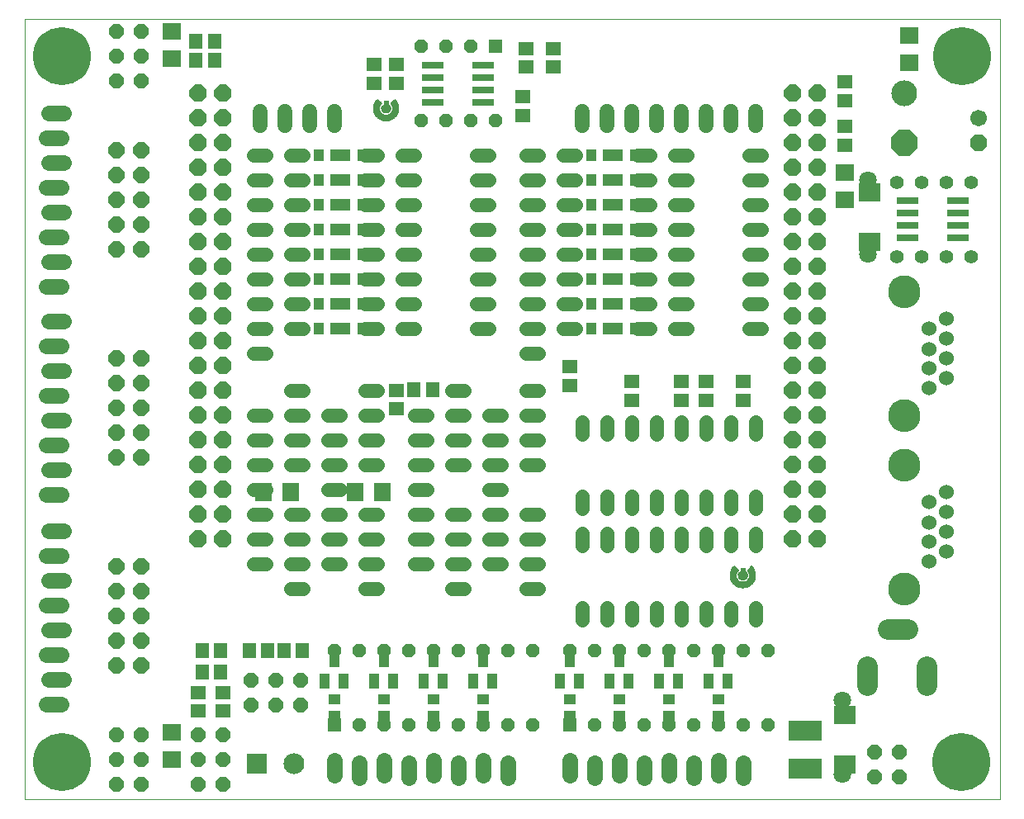
<source format=gts>
G75*
%MOIN*%
%OFA0B0*%
%FSLAX25Y25*%
%IPPOS*%
%LPD*%
%AMOC8*
5,1,8,0,0,1.08239X$1,22.5*
%
%ADD10C,0.00000*%
%ADD11OC8,0.07000*%
%ADD12C,0.23400*%
%ADD13C,0.08274*%
%ADD14C,0.06000*%
%ADD15C,0.12998*%
%ADD16R,0.05600X0.05600*%
%ADD17OC8,0.05600*%
%ADD18C,0.05600*%
%ADD19C,0.06400*%
%ADD20R,0.09061X0.02762*%
%ADD21C,0.10400*%
%ADD22OC8,0.10400*%
%ADD23C,0.07093*%
%ADD24R,0.07487X0.06699*%
%ADD25OC8,0.06700*%
%ADD26C,0.06700*%
%ADD27OC8,0.06000*%
%ADD28R,0.05518X0.06306*%
%ADD29R,0.06306X0.05518*%
%ADD30C,0.06000*%
%ADD31C,0.05600*%
%ADD32OC8,0.06337*%
%ADD33R,0.04337X0.05912*%
%ADD34R,0.04731X0.04337*%
%ADD35R,0.13786X0.07880*%
%ADD36R,0.02400X0.04400*%
%ADD37R,0.03600X0.02000*%
%ADD38C,0.00500*%
%ADD39R,0.04337X0.04731*%
%ADD40R,0.04140X0.04731*%
%ADD41R,0.06699X0.07487*%
%ADD42R,0.08400X0.08400*%
%ADD43C,0.08400*%
%ADD44R,0.09061X0.07487*%
D10*
X0003000Y0106000D02*
X0003000Y0420961D01*
X0396701Y0420961D01*
X0396701Y0106000D01*
X0003000Y0106000D01*
X0351701Y0191000D02*
X0351703Y0191158D01*
X0351709Y0191316D01*
X0351719Y0191474D01*
X0351733Y0191632D01*
X0351751Y0191789D01*
X0351772Y0191946D01*
X0351798Y0192102D01*
X0351828Y0192258D01*
X0351861Y0192413D01*
X0351899Y0192566D01*
X0351940Y0192719D01*
X0351985Y0192871D01*
X0352034Y0193022D01*
X0352087Y0193171D01*
X0352143Y0193319D01*
X0352203Y0193465D01*
X0352267Y0193610D01*
X0352335Y0193753D01*
X0352406Y0193895D01*
X0352480Y0194035D01*
X0352558Y0194172D01*
X0352640Y0194308D01*
X0352724Y0194442D01*
X0352813Y0194573D01*
X0352904Y0194702D01*
X0352999Y0194829D01*
X0353096Y0194954D01*
X0353197Y0195076D01*
X0353301Y0195195D01*
X0353408Y0195312D01*
X0353518Y0195426D01*
X0353631Y0195537D01*
X0353746Y0195646D01*
X0353864Y0195751D01*
X0353985Y0195853D01*
X0354108Y0195953D01*
X0354234Y0196049D01*
X0354362Y0196142D01*
X0354492Y0196232D01*
X0354625Y0196318D01*
X0354760Y0196402D01*
X0354896Y0196481D01*
X0355035Y0196558D01*
X0355176Y0196630D01*
X0355318Y0196700D01*
X0355462Y0196765D01*
X0355608Y0196827D01*
X0355755Y0196885D01*
X0355904Y0196940D01*
X0356054Y0196991D01*
X0356205Y0197038D01*
X0356357Y0197081D01*
X0356510Y0197120D01*
X0356665Y0197156D01*
X0356820Y0197187D01*
X0356976Y0197215D01*
X0357132Y0197239D01*
X0357289Y0197259D01*
X0357447Y0197275D01*
X0357604Y0197287D01*
X0357763Y0197295D01*
X0357921Y0197299D01*
X0358079Y0197299D01*
X0358237Y0197295D01*
X0358396Y0197287D01*
X0358553Y0197275D01*
X0358711Y0197259D01*
X0358868Y0197239D01*
X0359024Y0197215D01*
X0359180Y0197187D01*
X0359335Y0197156D01*
X0359490Y0197120D01*
X0359643Y0197081D01*
X0359795Y0197038D01*
X0359946Y0196991D01*
X0360096Y0196940D01*
X0360245Y0196885D01*
X0360392Y0196827D01*
X0360538Y0196765D01*
X0360682Y0196700D01*
X0360824Y0196630D01*
X0360965Y0196558D01*
X0361104Y0196481D01*
X0361240Y0196402D01*
X0361375Y0196318D01*
X0361508Y0196232D01*
X0361638Y0196142D01*
X0361766Y0196049D01*
X0361892Y0195953D01*
X0362015Y0195853D01*
X0362136Y0195751D01*
X0362254Y0195646D01*
X0362369Y0195537D01*
X0362482Y0195426D01*
X0362592Y0195312D01*
X0362699Y0195195D01*
X0362803Y0195076D01*
X0362904Y0194954D01*
X0363001Y0194829D01*
X0363096Y0194702D01*
X0363187Y0194573D01*
X0363276Y0194442D01*
X0363360Y0194308D01*
X0363442Y0194172D01*
X0363520Y0194035D01*
X0363594Y0193895D01*
X0363665Y0193753D01*
X0363733Y0193610D01*
X0363797Y0193465D01*
X0363857Y0193319D01*
X0363913Y0193171D01*
X0363966Y0193022D01*
X0364015Y0192871D01*
X0364060Y0192719D01*
X0364101Y0192566D01*
X0364139Y0192413D01*
X0364172Y0192258D01*
X0364202Y0192102D01*
X0364228Y0191946D01*
X0364249Y0191789D01*
X0364267Y0191632D01*
X0364281Y0191474D01*
X0364291Y0191316D01*
X0364297Y0191158D01*
X0364299Y0191000D01*
X0364297Y0190842D01*
X0364291Y0190684D01*
X0364281Y0190526D01*
X0364267Y0190368D01*
X0364249Y0190211D01*
X0364228Y0190054D01*
X0364202Y0189898D01*
X0364172Y0189742D01*
X0364139Y0189587D01*
X0364101Y0189434D01*
X0364060Y0189281D01*
X0364015Y0189129D01*
X0363966Y0188978D01*
X0363913Y0188829D01*
X0363857Y0188681D01*
X0363797Y0188535D01*
X0363733Y0188390D01*
X0363665Y0188247D01*
X0363594Y0188105D01*
X0363520Y0187965D01*
X0363442Y0187828D01*
X0363360Y0187692D01*
X0363276Y0187558D01*
X0363187Y0187427D01*
X0363096Y0187298D01*
X0363001Y0187171D01*
X0362904Y0187046D01*
X0362803Y0186924D01*
X0362699Y0186805D01*
X0362592Y0186688D01*
X0362482Y0186574D01*
X0362369Y0186463D01*
X0362254Y0186354D01*
X0362136Y0186249D01*
X0362015Y0186147D01*
X0361892Y0186047D01*
X0361766Y0185951D01*
X0361638Y0185858D01*
X0361508Y0185768D01*
X0361375Y0185682D01*
X0361240Y0185598D01*
X0361104Y0185519D01*
X0360965Y0185442D01*
X0360824Y0185370D01*
X0360682Y0185300D01*
X0360538Y0185235D01*
X0360392Y0185173D01*
X0360245Y0185115D01*
X0360096Y0185060D01*
X0359946Y0185009D01*
X0359795Y0184962D01*
X0359643Y0184919D01*
X0359490Y0184880D01*
X0359335Y0184844D01*
X0359180Y0184813D01*
X0359024Y0184785D01*
X0358868Y0184761D01*
X0358711Y0184741D01*
X0358553Y0184725D01*
X0358396Y0184713D01*
X0358237Y0184705D01*
X0358079Y0184701D01*
X0357921Y0184701D01*
X0357763Y0184705D01*
X0357604Y0184713D01*
X0357447Y0184725D01*
X0357289Y0184741D01*
X0357132Y0184761D01*
X0356976Y0184785D01*
X0356820Y0184813D01*
X0356665Y0184844D01*
X0356510Y0184880D01*
X0356357Y0184919D01*
X0356205Y0184962D01*
X0356054Y0185009D01*
X0355904Y0185060D01*
X0355755Y0185115D01*
X0355608Y0185173D01*
X0355462Y0185235D01*
X0355318Y0185300D01*
X0355176Y0185370D01*
X0355035Y0185442D01*
X0354896Y0185519D01*
X0354760Y0185598D01*
X0354625Y0185682D01*
X0354492Y0185768D01*
X0354362Y0185858D01*
X0354234Y0185951D01*
X0354108Y0186047D01*
X0353985Y0186147D01*
X0353864Y0186249D01*
X0353746Y0186354D01*
X0353631Y0186463D01*
X0353518Y0186574D01*
X0353408Y0186688D01*
X0353301Y0186805D01*
X0353197Y0186924D01*
X0353096Y0187046D01*
X0352999Y0187171D01*
X0352904Y0187298D01*
X0352813Y0187427D01*
X0352724Y0187558D01*
X0352640Y0187692D01*
X0352558Y0187828D01*
X0352480Y0187965D01*
X0352406Y0188105D01*
X0352335Y0188247D01*
X0352267Y0188390D01*
X0352203Y0188535D01*
X0352143Y0188681D01*
X0352087Y0188829D01*
X0352034Y0188978D01*
X0351985Y0189129D01*
X0351940Y0189281D01*
X0351899Y0189434D01*
X0351861Y0189587D01*
X0351828Y0189742D01*
X0351798Y0189898D01*
X0351772Y0190054D01*
X0351751Y0190211D01*
X0351733Y0190368D01*
X0351719Y0190526D01*
X0351709Y0190684D01*
X0351703Y0190842D01*
X0351701Y0191000D01*
X0351701Y0241000D02*
X0351703Y0241158D01*
X0351709Y0241316D01*
X0351719Y0241474D01*
X0351733Y0241632D01*
X0351751Y0241789D01*
X0351772Y0241946D01*
X0351798Y0242102D01*
X0351828Y0242258D01*
X0351861Y0242413D01*
X0351899Y0242566D01*
X0351940Y0242719D01*
X0351985Y0242871D01*
X0352034Y0243022D01*
X0352087Y0243171D01*
X0352143Y0243319D01*
X0352203Y0243465D01*
X0352267Y0243610D01*
X0352335Y0243753D01*
X0352406Y0243895D01*
X0352480Y0244035D01*
X0352558Y0244172D01*
X0352640Y0244308D01*
X0352724Y0244442D01*
X0352813Y0244573D01*
X0352904Y0244702D01*
X0352999Y0244829D01*
X0353096Y0244954D01*
X0353197Y0245076D01*
X0353301Y0245195D01*
X0353408Y0245312D01*
X0353518Y0245426D01*
X0353631Y0245537D01*
X0353746Y0245646D01*
X0353864Y0245751D01*
X0353985Y0245853D01*
X0354108Y0245953D01*
X0354234Y0246049D01*
X0354362Y0246142D01*
X0354492Y0246232D01*
X0354625Y0246318D01*
X0354760Y0246402D01*
X0354896Y0246481D01*
X0355035Y0246558D01*
X0355176Y0246630D01*
X0355318Y0246700D01*
X0355462Y0246765D01*
X0355608Y0246827D01*
X0355755Y0246885D01*
X0355904Y0246940D01*
X0356054Y0246991D01*
X0356205Y0247038D01*
X0356357Y0247081D01*
X0356510Y0247120D01*
X0356665Y0247156D01*
X0356820Y0247187D01*
X0356976Y0247215D01*
X0357132Y0247239D01*
X0357289Y0247259D01*
X0357447Y0247275D01*
X0357604Y0247287D01*
X0357763Y0247295D01*
X0357921Y0247299D01*
X0358079Y0247299D01*
X0358237Y0247295D01*
X0358396Y0247287D01*
X0358553Y0247275D01*
X0358711Y0247259D01*
X0358868Y0247239D01*
X0359024Y0247215D01*
X0359180Y0247187D01*
X0359335Y0247156D01*
X0359490Y0247120D01*
X0359643Y0247081D01*
X0359795Y0247038D01*
X0359946Y0246991D01*
X0360096Y0246940D01*
X0360245Y0246885D01*
X0360392Y0246827D01*
X0360538Y0246765D01*
X0360682Y0246700D01*
X0360824Y0246630D01*
X0360965Y0246558D01*
X0361104Y0246481D01*
X0361240Y0246402D01*
X0361375Y0246318D01*
X0361508Y0246232D01*
X0361638Y0246142D01*
X0361766Y0246049D01*
X0361892Y0245953D01*
X0362015Y0245853D01*
X0362136Y0245751D01*
X0362254Y0245646D01*
X0362369Y0245537D01*
X0362482Y0245426D01*
X0362592Y0245312D01*
X0362699Y0245195D01*
X0362803Y0245076D01*
X0362904Y0244954D01*
X0363001Y0244829D01*
X0363096Y0244702D01*
X0363187Y0244573D01*
X0363276Y0244442D01*
X0363360Y0244308D01*
X0363442Y0244172D01*
X0363520Y0244035D01*
X0363594Y0243895D01*
X0363665Y0243753D01*
X0363733Y0243610D01*
X0363797Y0243465D01*
X0363857Y0243319D01*
X0363913Y0243171D01*
X0363966Y0243022D01*
X0364015Y0242871D01*
X0364060Y0242719D01*
X0364101Y0242566D01*
X0364139Y0242413D01*
X0364172Y0242258D01*
X0364202Y0242102D01*
X0364228Y0241946D01*
X0364249Y0241789D01*
X0364267Y0241632D01*
X0364281Y0241474D01*
X0364291Y0241316D01*
X0364297Y0241158D01*
X0364299Y0241000D01*
X0364297Y0240842D01*
X0364291Y0240684D01*
X0364281Y0240526D01*
X0364267Y0240368D01*
X0364249Y0240211D01*
X0364228Y0240054D01*
X0364202Y0239898D01*
X0364172Y0239742D01*
X0364139Y0239587D01*
X0364101Y0239434D01*
X0364060Y0239281D01*
X0364015Y0239129D01*
X0363966Y0238978D01*
X0363913Y0238829D01*
X0363857Y0238681D01*
X0363797Y0238535D01*
X0363733Y0238390D01*
X0363665Y0238247D01*
X0363594Y0238105D01*
X0363520Y0237965D01*
X0363442Y0237828D01*
X0363360Y0237692D01*
X0363276Y0237558D01*
X0363187Y0237427D01*
X0363096Y0237298D01*
X0363001Y0237171D01*
X0362904Y0237046D01*
X0362803Y0236924D01*
X0362699Y0236805D01*
X0362592Y0236688D01*
X0362482Y0236574D01*
X0362369Y0236463D01*
X0362254Y0236354D01*
X0362136Y0236249D01*
X0362015Y0236147D01*
X0361892Y0236047D01*
X0361766Y0235951D01*
X0361638Y0235858D01*
X0361508Y0235768D01*
X0361375Y0235682D01*
X0361240Y0235598D01*
X0361104Y0235519D01*
X0360965Y0235442D01*
X0360824Y0235370D01*
X0360682Y0235300D01*
X0360538Y0235235D01*
X0360392Y0235173D01*
X0360245Y0235115D01*
X0360096Y0235060D01*
X0359946Y0235009D01*
X0359795Y0234962D01*
X0359643Y0234919D01*
X0359490Y0234880D01*
X0359335Y0234844D01*
X0359180Y0234813D01*
X0359024Y0234785D01*
X0358868Y0234761D01*
X0358711Y0234741D01*
X0358553Y0234725D01*
X0358396Y0234713D01*
X0358237Y0234705D01*
X0358079Y0234701D01*
X0357921Y0234701D01*
X0357763Y0234705D01*
X0357604Y0234713D01*
X0357447Y0234725D01*
X0357289Y0234741D01*
X0357132Y0234761D01*
X0356976Y0234785D01*
X0356820Y0234813D01*
X0356665Y0234844D01*
X0356510Y0234880D01*
X0356357Y0234919D01*
X0356205Y0234962D01*
X0356054Y0235009D01*
X0355904Y0235060D01*
X0355755Y0235115D01*
X0355608Y0235173D01*
X0355462Y0235235D01*
X0355318Y0235300D01*
X0355176Y0235370D01*
X0355035Y0235442D01*
X0354896Y0235519D01*
X0354760Y0235598D01*
X0354625Y0235682D01*
X0354492Y0235768D01*
X0354362Y0235858D01*
X0354234Y0235951D01*
X0354108Y0236047D01*
X0353985Y0236147D01*
X0353864Y0236249D01*
X0353746Y0236354D01*
X0353631Y0236463D01*
X0353518Y0236574D01*
X0353408Y0236688D01*
X0353301Y0236805D01*
X0353197Y0236924D01*
X0353096Y0237046D01*
X0352999Y0237171D01*
X0352904Y0237298D01*
X0352813Y0237427D01*
X0352724Y0237558D01*
X0352640Y0237692D01*
X0352558Y0237828D01*
X0352480Y0237965D01*
X0352406Y0238105D01*
X0352335Y0238247D01*
X0352267Y0238390D01*
X0352203Y0238535D01*
X0352143Y0238681D01*
X0352087Y0238829D01*
X0352034Y0238978D01*
X0351985Y0239129D01*
X0351940Y0239281D01*
X0351899Y0239434D01*
X0351861Y0239587D01*
X0351828Y0239742D01*
X0351798Y0239898D01*
X0351772Y0240054D01*
X0351751Y0240211D01*
X0351733Y0240368D01*
X0351719Y0240526D01*
X0351709Y0240684D01*
X0351703Y0240842D01*
X0351701Y0241000D01*
X0351701Y0261000D02*
X0351703Y0261158D01*
X0351709Y0261316D01*
X0351719Y0261474D01*
X0351733Y0261632D01*
X0351751Y0261789D01*
X0351772Y0261946D01*
X0351798Y0262102D01*
X0351828Y0262258D01*
X0351861Y0262413D01*
X0351899Y0262566D01*
X0351940Y0262719D01*
X0351985Y0262871D01*
X0352034Y0263022D01*
X0352087Y0263171D01*
X0352143Y0263319D01*
X0352203Y0263465D01*
X0352267Y0263610D01*
X0352335Y0263753D01*
X0352406Y0263895D01*
X0352480Y0264035D01*
X0352558Y0264172D01*
X0352640Y0264308D01*
X0352724Y0264442D01*
X0352813Y0264573D01*
X0352904Y0264702D01*
X0352999Y0264829D01*
X0353096Y0264954D01*
X0353197Y0265076D01*
X0353301Y0265195D01*
X0353408Y0265312D01*
X0353518Y0265426D01*
X0353631Y0265537D01*
X0353746Y0265646D01*
X0353864Y0265751D01*
X0353985Y0265853D01*
X0354108Y0265953D01*
X0354234Y0266049D01*
X0354362Y0266142D01*
X0354492Y0266232D01*
X0354625Y0266318D01*
X0354760Y0266402D01*
X0354896Y0266481D01*
X0355035Y0266558D01*
X0355176Y0266630D01*
X0355318Y0266700D01*
X0355462Y0266765D01*
X0355608Y0266827D01*
X0355755Y0266885D01*
X0355904Y0266940D01*
X0356054Y0266991D01*
X0356205Y0267038D01*
X0356357Y0267081D01*
X0356510Y0267120D01*
X0356665Y0267156D01*
X0356820Y0267187D01*
X0356976Y0267215D01*
X0357132Y0267239D01*
X0357289Y0267259D01*
X0357447Y0267275D01*
X0357604Y0267287D01*
X0357763Y0267295D01*
X0357921Y0267299D01*
X0358079Y0267299D01*
X0358237Y0267295D01*
X0358396Y0267287D01*
X0358553Y0267275D01*
X0358711Y0267259D01*
X0358868Y0267239D01*
X0359024Y0267215D01*
X0359180Y0267187D01*
X0359335Y0267156D01*
X0359490Y0267120D01*
X0359643Y0267081D01*
X0359795Y0267038D01*
X0359946Y0266991D01*
X0360096Y0266940D01*
X0360245Y0266885D01*
X0360392Y0266827D01*
X0360538Y0266765D01*
X0360682Y0266700D01*
X0360824Y0266630D01*
X0360965Y0266558D01*
X0361104Y0266481D01*
X0361240Y0266402D01*
X0361375Y0266318D01*
X0361508Y0266232D01*
X0361638Y0266142D01*
X0361766Y0266049D01*
X0361892Y0265953D01*
X0362015Y0265853D01*
X0362136Y0265751D01*
X0362254Y0265646D01*
X0362369Y0265537D01*
X0362482Y0265426D01*
X0362592Y0265312D01*
X0362699Y0265195D01*
X0362803Y0265076D01*
X0362904Y0264954D01*
X0363001Y0264829D01*
X0363096Y0264702D01*
X0363187Y0264573D01*
X0363276Y0264442D01*
X0363360Y0264308D01*
X0363442Y0264172D01*
X0363520Y0264035D01*
X0363594Y0263895D01*
X0363665Y0263753D01*
X0363733Y0263610D01*
X0363797Y0263465D01*
X0363857Y0263319D01*
X0363913Y0263171D01*
X0363966Y0263022D01*
X0364015Y0262871D01*
X0364060Y0262719D01*
X0364101Y0262566D01*
X0364139Y0262413D01*
X0364172Y0262258D01*
X0364202Y0262102D01*
X0364228Y0261946D01*
X0364249Y0261789D01*
X0364267Y0261632D01*
X0364281Y0261474D01*
X0364291Y0261316D01*
X0364297Y0261158D01*
X0364299Y0261000D01*
X0364297Y0260842D01*
X0364291Y0260684D01*
X0364281Y0260526D01*
X0364267Y0260368D01*
X0364249Y0260211D01*
X0364228Y0260054D01*
X0364202Y0259898D01*
X0364172Y0259742D01*
X0364139Y0259587D01*
X0364101Y0259434D01*
X0364060Y0259281D01*
X0364015Y0259129D01*
X0363966Y0258978D01*
X0363913Y0258829D01*
X0363857Y0258681D01*
X0363797Y0258535D01*
X0363733Y0258390D01*
X0363665Y0258247D01*
X0363594Y0258105D01*
X0363520Y0257965D01*
X0363442Y0257828D01*
X0363360Y0257692D01*
X0363276Y0257558D01*
X0363187Y0257427D01*
X0363096Y0257298D01*
X0363001Y0257171D01*
X0362904Y0257046D01*
X0362803Y0256924D01*
X0362699Y0256805D01*
X0362592Y0256688D01*
X0362482Y0256574D01*
X0362369Y0256463D01*
X0362254Y0256354D01*
X0362136Y0256249D01*
X0362015Y0256147D01*
X0361892Y0256047D01*
X0361766Y0255951D01*
X0361638Y0255858D01*
X0361508Y0255768D01*
X0361375Y0255682D01*
X0361240Y0255598D01*
X0361104Y0255519D01*
X0360965Y0255442D01*
X0360824Y0255370D01*
X0360682Y0255300D01*
X0360538Y0255235D01*
X0360392Y0255173D01*
X0360245Y0255115D01*
X0360096Y0255060D01*
X0359946Y0255009D01*
X0359795Y0254962D01*
X0359643Y0254919D01*
X0359490Y0254880D01*
X0359335Y0254844D01*
X0359180Y0254813D01*
X0359024Y0254785D01*
X0358868Y0254761D01*
X0358711Y0254741D01*
X0358553Y0254725D01*
X0358396Y0254713D01*
X0358237Y0254705D01*
X0358079Y0254701D01*
X0357921Y0254701D01*
X0357763Y0254705D01*
X0357604Y0254713D01*
X0357447Y0254725D01*
X0357289Y0254741D01*
X0357132Y0254761D01*
X0356976Y0254785D01*
X0356820Y0254813D01*
X0356665Y0254844D01*
X0356510Y0254880D01*
X0356357Y0254919D01*
X0356205Y0254962D01*
X0356054Y0255009D01*
X0355904Y0255060D01*
X0355755Y0255115D01*
X0355608Y0255173D01*
X0355462Y0255235D01*
X0355318Y0255300D01*
X0355176Y0255370D01*
X0355035Y0255442D01*
X0354896Y0255519D01*
X0354760Y0255598D01*
X0354625Y0255682D01*
X0354492Y0255768D01*
X0354362Y0255858D01*
X0354234Y0255951D01*
X0354108Y0256047D01*
X0353985Y0256147D01*
X0353864Y0256249D01*
X0353746Y0256354D01*
X0353631Y0256463D01*
X0353518Y0256574D01*
X0353408Y0256688D01*
X0353301Y0256805D01*
X0353197Y0256924D01*
X0353096Y0257046D01*
X0352999Y0257171D01*
X0352904Y0257298D01*
X0352813Y0257427D01*
X0352724Y0257558D01*
X0352640Y0257692D01*
X0352558Y0257828D01*
X0352480Y0257965D01*
X0352406Y0258105D01*
X0352335Y0258247D01*
X0352267Y0258390D01*
X0352203Y0258535D01*
X0352143Y0258681D01*
X0352087Y0258829D01*
X0352034Y0258978D01*
X0351985Y0259129D01*
X0351940Y0259281D01*
X0351899Y0259434D01*
X0351861Y0259587D01*
X0351828Y0259742D01*
X0351798Y0259898D01*
X0351772Y0260054D01*
X0351751Y0260211D01*
X0351733Y0260368D01*
X0351719Y0260526D01*
X0351709Y0260684D01*
X0351703Y0260842D01*
X0351701Y0261000D01*
X0351701Y0311000D02*
X0351703Y0311158D01*
X0351709Y0311316D01*
X0351719Y0311474D01*
X0351733Y0311632D01*
X0351751Y0311789D01*
X0351772Y0311946D01*
X0351798Y0312102D01*
X0351828Y0312258D01*
X0351861Y0312413D01*
X0351899Y0312566D01*
X0351940Y0312719D01*
X0351985Y0312871D01*
X0352034Y0313022D01*
X0352087Y0313171D01*
X0352143Y0313319D01*
X0352203Y0313465D01*
X0352267Y0313610D01*
X0352335Y0313753D01*
X0352406Y0313895D01*
X0352480Y0314035D01*
X0352558Y0314172D01*
X0352640Y0314308D01*
X0352724Y0314442D01*
X0352813Y0314573D01*
X0352904Y0314702D01*
X0352999Y0314829D01*
X0353096Y0314954D01*
X0353197Y0315076D01*
X0353301Y0315195D01*
X0353408Y0315312D01*
X0353518Y0315426D01*
X0353631Y0315537D01*
X0353746Y0315646D01*
X0353864Y0315751D01*
X0353985Y0315853D01*
X0354108Y0315953D01*
X0354234Y0316049D01*
X0354362Y0316142D01*
X0354492Y0316232D01*
X0354625Y0316318D01*
X0354760Y0316402D01*
X0354896Y0316481D01*
X0355035Y0316558D01*
X0355176Y0316630D01*
X0355318Y0316700D01*
X0355462Y0316765D01*
X0355608Y0316827D01*
X0355755Y0316885D01*
X0355904Y0316940D01*
X0356054Y0316991D01*
X0356205Y0317038D01*
X0356357Y0317081D01*
X0356510Y0317120D01*
X0356665Y0317156D01*
X0356820Y0317187D01*
X0356976Y0317215D01*
X0357132Y0317239D01*
X0357289Y0317259D01*
X0357447Y0317275D01*
X0357604Y0317287D01*
X0357763Y0317295D01*
X0357921Y0317299D01*
X0358079Y0317299D01*
X0358237Y0317295D01*
X0358396Y0317287D01*
X0358553Y0317275D01*
X0358711Y0317259D01*
X0358868Y0317239D01*
X0359024Y0317215D01*
X0359180Y0317187D01*
X0359335Y0317156D01*
X0359490Y0317120D01*
X0359643Y0317081D01*
X0359795Y0317038D01*
X0359946Y0316991D01*
X0360096Y0316940D01*
X0360245Y0316885D01*
X0360392Y0316827D01*
X0360538Y0316765D01*
X0360682Y0316700D01*
X0360824Y0316630D01*
X0360965Y0316558D01*
X0361104Y0316481D01*
X0361240Y0316402D01*
X0361375Y0316318D01*
X0361508Y0316232D01*
X0361638Y0316142D01*
X0361766Y0316049D01*
X0361892Y0315953D01*
X0362015Y0315853D01*
X0362136Y0315751D01*
X0362254Y0315646D01*
X0362369Y0315537D01*
X0362482Y0315426D01*
X0362592Y0315312D01*
X0362699Y0315195D01*
X0362803Y0315076D01*
X0362904Y0314954D01*
X0363001Y0314829D01*
X0363096Y0314702D01*
X0363187Y0314573D01*
X0363276Y0314442D01*
X0363360Y0314308D01*
X0363442Y0314172D01*
X0363520Y0314035D01*
X0363594Y0313895D01*
X0363665Y0313753D01*
X0363733Y0313610D01*
X0363797Y0313465D01*
X0363857Y0313319D01*
X0363913Y0313171D01*
X0363966Y0313022D01*
X0364015Y0312871D01*
X0364060Y0312719D01*
X0364101Y0312566D01*
X0364139Y0312413D01*
X0364172Y0312258D01*
X0364202Y0312102D01*
X0364228Y0311946D01*
X0364249Y0311789D01*
X0364267Y0311632D01*
X0364281Y0311474D01*
X0364291Y0311316D01*
X0364297Y0311158D01*
X0364299Y0311000D01*
X0364297Y0310842D01*
X0364291Y0310684D01*
X0364281Y0310526D01*
X0364267Y0310368D01*
X0364249Y0310211D01*
X0364228Y0310054D01*
X0364202Y0309898D01*
X0364172Y0309742D01*
X0364139Y0309587D01*
X0364101Y0309434D01*
X0364060Y0309281D01*
X0364015Y0309129D01*
X0363966Y0308978D01*
X0363913Y0308829D01*
X0363857Y0308681D01*
X0363797Y0308535D01*
X0363733Y0308390D01*
X0363665Y0308247D01*
X0363594Y0308105D01*
X0363520Y0307965D01*
X0363442Y0307828D01*
X0363360Y0307692D01*
X0363276Y0307558D01*
X0363187Y0307427D01*
X0363096Y0307298D01*
X0363001Y0307171D01*
X0362904Y0307046D01*
X0362803Y0306924D01*
X0362699Y0306805D01*
X0362592Y0306688D01*
X0362482Y0306574D01*
X0362369Y0306463D01*
X0362254Y0306354D01*
X0362136Y0306249D01*
X0362015Y0306147D01*
X0361892Y0306047D01*
X0361766Y0305951D01*
X0361638Y0305858D01*
X0361508Y0305768D01*
X0361375Y0305682D01*
X0361240Y0305598D01*
X0361104Y0305519D01*
X0360965Y0305442D01*
X0360824Y0305370D01*
X0360682Y0305300D01*
X0360538Y0305235D01*
X0360392Y0305173D01*
X0360245Y0305115D01*
X0360096Y0305060D01*
X0359946Y0305009D01*
X0359795Y0304962D01*
X0359643Y0304919D01*
X0359490Y0304880D01*
X0359335Y0304844D01*
X0359180Y0304813D01*
X0359024Y0304785D01*
X0358868Y0304761D01*
X0358711Y0304741D01*
X0358553Y0304725D01*
X0358396Y0304713D01*
X0358237Y0304705D01*
X0358079Y0304701D01*
X0357921Y0304701D01*
X0357763Y0304705D01*
X0357604Y0304713D01*
X0357447Y0304725D01*
X0357289Y0304741D01*
X0357132Y0304761D01*
X0356976Y0304785D01*
X0356820Y0304813D01*
X0356665Y0304844D01*
X0356510Y0304880D01*
X0356357Y0304919D01*
X0356205Y0304962D01*
X0356054Y0305009D01*
X0355904Y0305060D01*
X0355755Y0305115D01*
X0355608Y0305173D01*
X0355462Y0305235D01*
X0355318Y0305300D01*
X0355176Y0305370D01*
X0355035Y0305442D01*
X0354896Y0305519D01*
X0354760Y0305598D01*
X0354625Y0305682D01*
X0354492Y0305768D01*
X0354362Y0305858D01*
X0354234Y0305951D01*
X0354108Y0306047D01*
X0353985Y0306147D01*
X0353864Y0306249D01*
X0353746Y0306354D01*
X0353631Y0306463D01*
X0353518Y0306574D01*
X0353408Y0306688D01*
X0353301Y0306805D01*
X0353197Y0306924D01*
X0353096Y0307046D01*
X0352999Y0307171D01*
X0352904Y0307298D01*
X0352813Y0307427D01*
X0352724Y0307558D01*
X0352640Y0307692D01*
X0352558Y0307828D01*
X0352480Y0307965D01*
X0352406Y0308105D01*
X0352335Y0308247D01*
X0352267Y0308390D01*
X0352203Y0308535D01*
X0352143Y0308681D01*
X0352087Y0308829D01*
X0352034Y0308978D01*
X0351985Y0309129D01*
X0351940Y0309281D01*
X0351899Y0309434D01*
X0351861Y0309587D01*
X0351828Y0309742D01*
X0351798Y0309898D01*
X0351772Y0310054D01*
X0351751Y0310211D01*
X0351733Y0310368D01*
X0351719Y0310526D01*
X0351709Y0310684D01*
X0351703Y0310842D01*
X0351701Y0311000D01*
D11*
X0323000Y0311000D03*
X0323000Y0301000D03*
X0323000Y0291000D03*
X0323000Y0281000D03*
X0323000Y0271000D03*
X0323000Y0261000D03*
X0323000Y0251000D03*
X0323000Y0241000D03*
X0323000Y0231000D03*
X0323000Y0221000D03*
X0323000Y0211000D03*
X0313000Y0211000D03*
X0313000Y0221000D03*
X0313000Y0231000D03*
X0313000Y0241000D03*
X0313000Y0251000D03*
X0313000Y0261000D03*
X0313000Y0271000D03*
X0313000Y0281000D03*
X0313000Y0291000D03*
X0313000Y0301000D03*
X0313000Y0311000D03*
X0313000Y0321000D03*
X0313000Y0331000D03*
X0313000Y0341000D03*
X0313000Y0351000D03*
X0313000Y0361000D03*
X0313000Y0371000D03*
X0313000Y0381000D03*
X0313000Y0391000D03*
X0323000Y0391000D03*
X0323000Y0381000D03*
X0323000Y0371000D03*
X0323000Y0361000D03*
X0323000Y0351000D03*
X0323000Y0341000D03*
X0323000Y0331000D03*
X0323000Y0321000D03*
X0083000Y0321000D03*
X0083000Y0311000D03*
X0083000Y0301000D03*
X0083000Y0291000D03*
X0083000Y0281000D03*
X0083000Y0271000D03*
X0083000Y0261000D03*
X0083000Y0251000D03*
X0083000Y0241000D03*
X0083000Y0231000D03*
X0083000Y0221000D03*
X0083000Y0211000D03*
X0073000Y0211000D03*
X0073000Y0221000D03*
X0073000Y0231000D03*
X0073000Y0241000D03*
X0073000Y0251000D03*
X0073000Y0261000D03*
X0073000Y0271000D03*
X0073000Y0281000D03*
X0073000Y0291000D03*
X0073000Y0301000D03*
X0073000Y0311000D03*
X0073000Y0321000D03*
X0073000Y0331000D03*
X0073000Y0341000D03*
X0073000Y0351000D03*
X0073000Y0361000D03*
X0073000Y0371000D03*
X0073000Y0381000D03*
X0073000Y0391000D03*
X0083000Y0391000D03*
X0083000Y0381000D03*
X0083000Y0371000D03*
X0083000Y0361000D03*
X0083000Y0351000D03*
X0083000Y0341000D03*
X0083000Y0331000D03*
D12*
X0018000Y0406000D03*
X0018000Y0121000D03*
X0381000Y0121000D03*
X0381500Y0406000D03*
D13*
X0359437Y0174898D02*
X0351563Y0174898D01*
X0343295Y0159937D02*
X0343295Y0152063D01*
X0367311Y0152063D02*
X0367311Y0159937D01*
D14*
X0368000Y0202004D03*
X0368000Y0210035D03*
X0375008Y0206020D03*
X0375008Y0214051D03*
X0375008Y0221965D03*
X0368000Y0225980D03*
X0368000Y0217949D03*
X0375008Y0229996D03*
X0368000Y0272004D03*
X0375008Y0276020D03*
X0375008Y0284051D03*
X0368000Y0287949D03*
X0368000Y0280035D03*
X0375008Y0291965D03*
X0368000Y0295980D03*
X0375008Y0299996D03*
D15*
X0358000Y0311000D03*
X0358000Y0261000D03*
X0358000Y0241000D03*
X0358000Y0191000D03*
D16*
X0223000Y0136000D03*
X0128000Y0136000D03*
X0193000Y0410000D03*
D17*
X0183000Y0410000D03*
X0173000Y0410000D03*
X0163000Y0410000D03*
X0163000Y0380000D03*
X0173000Y0380000D03*
X0183000Y0380000D03*
X0193000Y0380000D03*
X0188000Y0166000D03*
X0198000Y0166000D03*
X0208000Y0166000D03*
X0223000Y0166000D03*
X0233000Y0166000D03*
X0243000Y0166000D03*
X0253000Y0166000D03*
X0263000Y0166000D03*
X0273000Y0166000D03*
X0283000Y0166000D03*
X0293000Y0166000D03*
X0303000Y0166000D03*
X0303000Y0136000D03*
X0293000Y0136000D03*
X0283000Y0136000D03*
X0273000Y0136000D03*
X0263000Y0136000D03*
X0253000Y0136000D03*
X0243000Y0136000D03*
X0233000Y0136000D03*
X0208000Y0136000D03*
X0198000Y0136000D03*
X0188000Y0136000D03*
X0178000Y0136000D03*
X0168000Y0136000D03*
X0158000Y0136000D03*
X0148000Y0136000D03*
X0138000Y0136000D03*
X0138000Y0166000D03*
X0128000Y0166000D03*
X0148000Y0166000D03*
X0158000Y0166000D03*
X0168000Y0166000D03*
X0178000Y0166000D03*
D18*
X0180600Y0191000D02*
X0175400Y0191000D01*
X0175400Y0201000D02*
X0180600Y0201000D01*
X0190400Y0201000D02*
X0195600Y0201000D01*
X0195600Y0211000D02*
X0190400Y0211000D01*
X0180600Y0211000D02*
X0175400Y0211000D01*
X0165600Y0211000D02*
X0160400Y0211000D01*
X0160400Y0201000D02*
X0165600Y0201000D01*
X0165600Y0221000D02*
X0160400Y0221000D01*
X0160400Y0231000D02*
X0165600Y0231000D01*
X0165600Y0241000D02*
X0160400Y0241000D01*
X0160400Y0251000D02*
X0165600Y0251000D01*
X0175400Y0251000D02*
X0180600Y0251000D01*
X0190400Y0251000D02*
X0195600Y0251000D01*
X0195600Y0241000D02*
X0190400Y0241000D01*
X0180600Y0241000D02*
X0175400Y0241000D01*
X0190400Y0231000D02*
X0195600Y0231000D01*
X0195600Y0221000D02*
X0190400Y0221000D01*
X0180600Y0221000D02*
X0175400Y0221000D01*
X0145600Y0221000D02*
X0140400Y0221000D01*
X0140400Y0211000D02*
X0145600Y0211000D01*
X0145600Y0201000D02*
X0140400Y0201000D01*
X0140400Y0191000D02*
X0145600Y0191000D01*
X0130600Y0201000D02*
X0125400Y0201000D01*
X0125400Y0211000D02*
X0130600Y0211000D01*
X0130600Y0221000D02*
X0125400Y0221000D01*
X0125400Y0231000D02*
X0130600Y0231000D01*
X0130600Y0241000D02*
X0125400Y0241000D01*
X0125400Y0251000D02*
X0130600Y0251000D01*
X0130600Y0261000D02*
X0125400Y0261000D01*
X0115600Y0261000D02*
X0110400Y0261000D01*
X0100600Y0261000D02*
X0095400Y0261000D01*
X0095400Y0251000D02*
X0100600Y0251000D01*
X0110400Y0251000D02*
X0115600Y0251000D01*
X0115600Y0241000D02*
X0110400Y0241000D01*
X0100600Y0241000D02*
X0095400Y0241000D01*
X0095400Y0231000D02*
X0100600Y0231000D01*
X0100600Y0221000D02*
X0095400Y0221000D01*
X0095400Y0211000D02*
X0100600Y0211000D01*
X0110400Y0211000D02*
X0115600Y0211000D01*
X0115600Y0201000D02*
X0110400Y0201000D01*
X0100600Y0201000D02*
X0095400Y0201000D01*
X0110400Y0191000D02*
X0115600Y0191000D01*
X0115600Y0221000D02*
X0110400Y0221000D01*
X0140400Y0241000D02*
X0145600Y0241000D01*
X0145600Y0251000D02*
X0140400Y0251000D01*
X0140400Y0261000D02*
X0145600Y0261000D01*
X0145600Y0271000D02*
X0140400Y0271000D01*
X0160400Y0261000D02*
X0165600Y0261000D01*
X0175400Y0261000D02*
X0180600Y0261000D01*
X0190400Y0261000D02*
X0195600Y0261000D01*
X0205400Y0261000D02*
X0210600Y0261000D01*
X0210600Y0251000D02*
X0205400Y0251000D01*
X0205400Y0241000D02*
X0210600Y0241000D01*
X0210600Y0221000D02*
X0205400Y0221000D01*
X0205400Y0211000D02*
X0210600Y0211000D01*
X0210600Y0201000D02*
X0205400Y0201000D01*
X0205400Y0191000D02*
X0210600Y0191000D01*
X0228000Y0183600D02*
X0228000Y0178400D01*
X0238000Y0178400D02*
X0238000Y0183600D01*
X0248000Y0183600D02*
X0248000Y0178400D01*
X0258000Y0178400D02*
X0258000Y0183600D01*
X0268000Y0183600D02*
X0268000Y0178400D01*
X0278000Y0178400D02*
X0278000Y0183600D01*
X0288000Y0183600D02*
X0288000Y0178400D01*
X0298000Y0178400D02*
X0298000Y0183600D01*
X0298000Y0208400D02*
X0298000Y0213600D01*
X0298000Y0223400D02*
X0298000Y0228600D01*
X0288000Y0228600D02*
X0288000Y0223400D01*
X0288000Y0213600D02*
X0288000Y0208400D01*
X0278000Y0208400D02*
X0278000Y0213600D01*
X0278000Y0223400D02*
X0278000Y0228600D01*
X0268000Y0228600D02*
X0268000Y0223400D01*
X0268000Y0213600D02*
X0268000Y0208400D01*
X0258000Y0208400D02*
X0258000Y0213600D01*
X0258000Y0223400D02*
X0258000Y0228600D01*
X0248000Y0228600D02*
X0248000Y0223400D01*
X0248000Y0213600D02*
X0248000Y0208400D01*
X0238000Y0208400D02*
X0238000Y0213600D01*
X0238000Y0223400D02*
X0238000Y0228600D01*
X0228000Y0228600D02*
X0228000Y0223400D01*
X0228000Y0213600D02*
X0228000Y0208400D01*
X0228000Y0253400D02*
X0228000Y0258600D01*
X0238000Y0258600D02*
X0238000Y0253400D01*
X0248000Y0253400D02*
X0248000Y0258600D01*
X0258000Y0258600D02*
X0258000Y0253400D01*
X0268000Y0253400D02*
X0268000Y0258600D01*
X0278000Y0258600D02*
X0278000Y0253400D01*
X0288000Y0253400D02*
X0288000Y0258600D01*
X0298000Y0258600D02*
X0298000Y0253400D01*
X0295400Y0296000D02*
X0300600Y0296000D01*
X0300600Y0306000D02*
X0295400Y0306000D01*
X0295400Y0316000D02*
X0300600Y0316000D01*
X0300600Y0326000D02*
X0295400Y0326000D01*
X0295400Y0336000D02*
X0300600Y0336000D01*
X0300600Y0346000D02*
X0295400Y0346000D01*
X0295400Y0356000D02*
X0300600Y0356000D01*
X0300600Y0366000D02*
X0295400Y0366000D01*
X0270600Y0366000D02*
X0265400Y0366000D01*
X0265400Y0356000D02*
X0270600Y0356000D01*
X0270600Y0346000D02*
X0265400Y0346000D01*
X0265400Y0336000D02*
X0270600Y0336000D01*
X0270600Y0326000D02*
X0265400Y0326000D01*
X0265400Y0316000D02*
X0270600Y0316000D01*
X0270600Y0306000D02*
X0265400Y0306000D01*
X0265400Y0296000D02*
X0270600Y0296000D01*
X0255600Y0296000D02*
X0250400Y0296000D01*
X0250400Y0306000D02*
X0255600Y0306000D01*
X0255600Y0316000D02*
X0250400Y0316000D01*
X0250400Y0326000D02*
X0255600Y0326000D01*
X0255600Y0336000D02*
X0250400Y0336000D01*
X0250400Y0346000D02*
X0255600Y0346000D01*
X0255600Y0356000D02*
X0250400Y0356000D01*
X0250400Y0366000D02*
X0255600Y0366000D01*
X0225600Y0366000D02*
X0220400Y0366000D01*
X0220400Y0356000D02*
X0225600Y0356000D01*
X0225600Y0346000D02*
X0220400Y0346000D01*
X0220400Y0336000D02*
X0225600Y0336000D01*
X0225600Y0326000D02*
X0220400Y0326000D01*
X0220400Y0316000D02*
X0225600Y0316000D01*
X0225600Y0306000D02*
X0220400Y0306000D01*
X0220400Y0296000D02*
X0225600Y0296000D01*
X0210600Y0296000D02*
X0205400Y0296000D01*
X0205400Y0286000D02*
X0210600Y0286000D01*
X0210600Y0271000D02*
X0205400Y0271000D01*
X0190600Y0296000D02*
X0185400Y0296000D01*
X0185400Y0306000D02*
X0190600Y0306000D01*
X0190600Y0316000D02*
X0185400Y0316000D01*
X0185400Y0326000D02*
X0190600Y0326000D01*
X0190600Y0336000D02*
X0185400Y0336000D01*
X0185400Y0346000D02*
X0190600Y0346000D01*
X0190600Y0356000D02*
X0185400Y0356000D01*
X0185400Y0366000D02*
X0190600Y0366000D01*
X0205400Y0366000D02*
X0210600Y0366000D01*
X0210600Y0356000D02*
X0205400Y0356000D01*
X0205400Y0346000D02*
X0210600Y0346000D01*
X0210600Y0336000D02*
X0205400Y0336000D01*
X0205400Y0326000D02*
X0210600Y0326000D01*
X0210600Y0316000D02*
X0205400Y0316000D01*
X0205400Y0306000D02*
X0210600Y0306000D01*
X0180600Y0271000D02*
X0175400Y0271000D01*
X0160600Y0296000D02*
X0155400Y0296000D01*
X0145600Y0296000D02*
X0140400Y0296000D01*
X0140400Y0306000D02*
X0145600Y0306000D01*
X0155400Y0306000D02*
X0160600Y0306000D01*
X0160600Y0316000D02*
X0155400Y0316000D01*
X0145600Y0316000D02*
X0140400Y0316000D01*
X0140400Y0326000D02*
X0145600Y0326000D01*
X0155400Y0326000D02*
X0160600Y0326000D01*
X0160600Y0336000D02*
X0155400Y0336000D01*
X0155400Y0346000D02*
X0160600Y0346000D01*
X0160600Y0356000D02*
X0155400Y0356000D01*
X0145600Y0356000D02*
X0140400Y0356000D01*
X0140400Y0346000D02*
X0145600Y0346000D01*
X0145600Y0336000D02*
X0140400Y0336000D01*
X0140400Y0366000D02*
X0145600Y0366000D01*
X0155400Y0366000D02*
X0160600Y0366000D01*
X0115600Y0366000D02*
X0110400Y0366000D01*
X0100600Y0366000D02*
X0095400Y0366000D01*
X0095400Y0356000D02*
X0100600Y0356000D01*
X0110400Y0356000D02*
X0115600Y0356000D01*
X0115600Y0346000D02*
X0110400Y0346000D01*
X0110400Y0336000D02*
X0115600Y0336000D01*
X0115600Y0326000D02*
X0110400Y0326000D01*
X0100600Y0326000D02*
X0095400Y0326000D01*
X0095400Y0316000D02*
X0100600Y0316000D01*
X0110400Y0316000D02*
X0115600Y0316000D01*
X0115600Y0306000D02*
X0110400Y0306000D01*
X0100600Y0306000D02*
X0095400Y0306000D01*
X0095400Y0296000D02*
X0100600Y0296000D01*
X0110400Y0296000D02*
X0115600Y0296000D01*
X0100600Y0286000D02*
X0095400Y0286000D01*
X0110400Y0271000D02*
X0115600Y0271000D01*
X0100600Y0336000D02*
X0095400Y0336000D01*
X0095400Y0346000D02*
X0100600Y0346000D01*
D19*
X0018705Y0343000D02*
X0012705Y0343000D01*
X0011705Y0333000D02*
X0017705Y0333000D01*
X0018705Y0323000D02*
X0012705Y0323000D01*
X0011705Y0313000D02*
X0017705Y0313000D01*
X0018705Y0299000D02*
X0012705Y0299000D01*
X0011705Y0289000D02*
X0017705Y0289000D01*
X0018705Y0279000D02*
X0012705Y0279000D01*
X0011705Y0269000D02*
X0017705Y0269000D01*
X0018705Y0259000D02*
X0012705Y0259000D01*
X0011705Y0249000D02*
X0017705Y0249000D01*
X0018705Y0239000D02*
X0012705Y0239000D01*
X0011705Y0229000D02*
X0017705Y0229000D01*
X0018705Y0214600D02*
X0012705Y0214600D01*
X0011705Y0204600D02*
X0017705Y0204600D01*
X0018705Y0194600D02*
X0012705Y0194600D01*
X0011705Y0184600D02*
X0017705Y0184600D01*
X0018705Y0174600D02*
X0012705Y0174600D01*
X0011705Y0164600D02*
X0017705Y0164600D01*
X0018705Y0154600D02*
X0012705Y0154600D01*
X0011705Y0144600D02*
X0017705Y0144600D01*
X0128000Y0121705D02*
X0128000Y0115705D01*
X0138000Y0114705D02*
X0138000Y0120705D01*
X0148000Y0121705D02*
X0148000Y0115705D01*
X0158000Y0114705D02*
X0158000Y0120705D01*
X0168000Y0121705D02*
X0168000Y0115705D01*
X0178000Y0114705D02*
X0178000Y0120705D01*
X0188000Y0121705D02*
X0188000Y0115705D01*
X0198000Y0114705D02*
X0198000Y0120705D01*
X0223000Y0121705D02*
X0223000Y0115705D01*
X0233000Y0114705D02*
X0233000Y0120705D01*
X0243000Y0121705D02*
X0243000Y0115705D01*
X0253000Y0114705D02*
X0253000Y0120705D01*
X0263000Y0121705D02*
X0263000Y0115705D01*
X0273000Y0114705D02*
X0273000Y0120705D01*
X0283000Y0121705D02*
X0283000Y0115705D01*
X0293000Y0114705D02*
X0293000Y0120705D01*
X0017705Y0353000D02*
X0011705Y0353000D01*
X0012705Y0363000D02*
X0018705Y0363000D01*
X0017705Y0373000D02*
X0011705Y0373000D01*
X0012705Y0383000D02*
X0018705Y0383000D01*
D20*
X0167764Y0387500D03*
X0167764Y0392500D03*
X0167764Y0397500D03*
X0167764Y0402500D03*
X0188236Y0402500D03*
X0188236Y0397500D03*
X0188236Y0392500D03*
X0188236Y0387500D03*
X0359364Y0347900D03*
X0359364Y0342900D03*
X0359364Y0337900D03*
X0359364Y0332900D03*
X0379836Y0332900D03*
X0379836Y0337900D03*
X0379836Y0342900D03*
X0379836Y0347900D03*
D21*
X0358000Y0391000D03*
D22*
X0358000Y0371000D03*
D23*
X0343500Y0356000D03*
X0343500Y0326000D03*
X0333000Y0146000D03*
X0333000Y0116000D03*
D24*
X0334000Y0347988D03*
X0334000Y0359012D03*
X0360200Y0403588D03*
X0360200Y0414612D03*
X0062500Y0416000D03*
X0062500Y0404976D03*
X0062500Y0133000D03*
X0062500Y0121976D03*
D25*
X0388000Y0371000D03*
D26*
X0388000Y0381000D03*
D27*
X0356000Y0125000D03*
X0356000Y0115000D03*
X0346000Y0115000D03*
X0346000Y0125000D03*
X0114500Y0144000D03*
X0114500Y0154000D03*
X0104500Y0154000D03*
X0104500Y0144000D03*
X0094500Y0144000D03*
X0094500Y0154000D03*
X0083000Y0132000D03*
X0083000Y0122000D03*
X0083000Y0112000D03*
X0073000Y0112000D03*
X0073000Y0122000D03*
X0073000Y0132000D03*
X0050000Y0132000D03*
X0050000Y0122000D03*
X0050000Y0112000D03*
X0040000Y0112000D03*
X0040000Y0122000D03*
X0040000Y0132000D03*
X0040000Y0396000D03*
X0040000Y0406000D03*
X0040000Y0416000D03*
X0050000Y0416000D03*
X0050000Y0406000D03*
X0050000Y0396000D03*
D28*
X0072260Y0404500D03*
X0079740Y0404500D03*
X0079740Y0412000D03*
X0072260Y0412000D03*
X0160260Y0271500D03*
X0167740Y0271500D03*
X0115240Y0166000D03*
X0107760Y0166000D03*
X0101240Y0166000D03*
X0093760Y0166000D03*
X0082240Y0166000D03*
X0074760Y0166000D03*
X0074760Y0157500D03*
X0082240Y0157500D03*
D29*
X0083000Y0149240D03*
X0083000Y0141760D03*
X0073000Y0141760D03*
X0073000Y0149240D03*
X0153000Y0263760D03*
X0153000Y0271240D03*
X0223000Y0273260D03*
X0223000Y0280740D03*
X0248000Y0274740D03*
X0248000Y0267260D03*
X0268000Y0267260D03*
X0268000Y0274740D03*
X0278000Y0274740D03*
X0278000Y0267260D03*
X0293000Y0267260D03*
X0293000Y0274740D03*
X0334000Y0370260D03*
X0334000Y0377740D03*
X0334000Y0388260D03*
X0334000Y0395740D03*
X0216500Y0401760D03*
X0216500Y0409240D03*
X0205500Y0409240D03*
X0205500Y0401760D03*
X0204000Y0389740D03*
X0204000Y0382260D03*
X0153000Y0395260D03*
X0153000Y0402740D03*
X0144000Y0402740D03*
X0144000Y0395260D03*
D30*
X0128000Y0383800D02*
X0128000Y0378200D01*
X0118000Y0378200D02*
X0118000Y0383800D01*
X0108000Y0383800D02*
X0108000Y0378200D01*
X0098000Y0378200D02*
X0098000Y0383800D01*
X0228000Y0383800D02*
X0228000Y0378200D01*
X0238000Y0378200D02*
X0238000Y0383800D01*
X0248000Y0383800D02*
X0248000Y0378200D01*
X0258000Y0378200D02*
X0258000Y0383800D01*
X0268000Y0383800D02*
X0268000Y0378200D01*
X0278000Y0378200D02*
X0278000Y0383800D01*
X0288000Y0383800D02*
X0288000Y0378200D01*
X0298000Y0378200D02*
X0298000Y0383800D01*
D31*
X0355000Y0355200D03*
X0365000Y0355200D03*
X0375000Y0355200D03*
X0385000Y0355200D03*
X0385000Y0325200D03*
X0375000Y0325200D03*
X0365000Y0325200D03*
X0355000Y0325200D03*
D32*
X0050000Y0328000D03*
X0050000Y0338000D03*
X0050000Y0348000D03*
X0050000Y0358000D03*
X0050000Y0368000D03*
X0040000Y0368000D03*
X0040000Y0358000D03*
X0040000Y0348000D03*
X0040000Y0338000D03*
X0040000Y0328000D03*
X0040000Y0284000D03*
X0040000Y0274000D03*
X0040000Y0264000D03*
X0040000Y0254000D03*
X0040000Y0244000D03*
X0050000Y0244000D03*
X0050000Y0254000D03*
X0050000Y0264000D03*
X0050000Y0274000D03*
X0050000Y0284000D03*
X0050000Y0200000D03*
X0050000Y0190000D03*
X0050000Y0180000D03*
X0050000Y0170000D03*
X0050000Y0160000D03*
X0040000Y0160000D03*
X0040000Y0170000D03*
X0040000Y0180000D03*
X0040000Y0190000D03*
X0040000Y0200000D03*
D33*
X0124260Y0153669D03*
X0131740Y0153669D03*
X0128000Y0162331D03*
X0144260Y0153669D03*
X0151740Y0153669D03*
X0148000Y0162331D03*
X0164260Y0153669D03*
X0171740Y0153669D03*
X0168000Y0162331D03*
X0184260Y0153669D03*
X0191740Y0153669D03*
X0188000Y0162331D03*
X0219260Y0153669D03*
X0226740Y0153669D03*
X0223000Y0162331D03*
X0239260Y0153669D03*
X0246740Y0153669D03*
X0243000Y0162331D03*
X0259260Y0153669D03*
X0266740Y0153669D03*
X0263000Y0162331D03*
X0279260Y0153669D03*
X0286740Y0153669D03*
X0283000Y0162331D03*
D34*
X0283000Y0146346D03*
X0283000Y0139654D03*
X0263000Y0139654D03*
X0263000Y0146346D03*
X0243000Y0146346D03*
X0243000Y0139654D03*
X0223000Y0139654D03*
X0223000Y0146346D03*
X0188000Y0146346D03*
X0188000Y0139654D03*
X0168000Y0139654D03*
X0168000Y0146346D03*
X0148000Y0146346D03*
X0148000Y0139654D03*
X0128000Y0139654D03*
X0128000Y0146346D03*
D35*
X0318000Y0133677D03*
X0318000Y0118323D03*
D36*
X0293000Y0197500D03*
X0149000Y0386000D03*
D37*
X0149000Y0381000D03*
X0293000Y0192500D03*
D38*
X0293000Y0191550D02*
X0292108Y0191631D01*
X0291245Y0191872D01*
X0290439Y0192264D01*
X0289718Y0192795D01*
X0289104Y0193447D01*
X0288617Y0194200D01*
X0288274Y0195027D01*
X0288086Y0195903D01*
X0288059Y0196799D01*
X0288194Y0197685D01*
X0288486Y0198531D01*
X0288926Y0199312D01*
X0289500Y0200000D01*
X0291000Y0198500D01*
X0290621Y0198029D01*
X0290350Y0197488D01*
X0290200Y0196903D01*
X0290179Y0196298D01*
X0290286Y0195703D01*
X0290518Y0195144D01*
X0290862Y0194648D01*
X0291305Y0194236D01*
X0291825Y0193927D01*
X0292399Y0193736D01*
X0293000Y0193672D01*
X0293601Y0193736D01*
X0294175Y0193927D01*
X0294695Y0194236D01*
X0295138Y0194648D01*
X0295482Y0195144D01*
X0295714Y0195703D01*
X0295821Y0196298D01*
X0295800Y0196903D01*
X0295650Y0197488D01*
X0295379Y0198029D01*
X0295000Y0198500D01*
X0296500Y0200000D01*
X0297074Y0199312D01*
X0297514Y0198531D01*
X0297806Y0197685D01*
X0297941Y0196799D01*
X0297914Y0195903D01*
X0297726Y0195027D01*
X0297383Y0194200D01*
X0296896Y0193447D01*
X0296282Y0192795D01*
X0295561Y0192264D01*
X0294755Y0191872D01*
X0293892Y0191631D01*
X0293000Y0191550D01*
X0291704Y0191744D02*
X0294296Y0191744D01*
X0295516Y0192242D02*
X0290484Y0192242D01*
X0289791Y0192741D02*
X0296209Y0192741D01*
X0296701Y0193239D02*
X0289299Y0193239D01*
X0288916Y0193738D02*
X0292393Y0193738D01*
X0292604Y0194850D02*
X0292230Y0194988D01*
X0291898Y0195210D01*
X0291627Y0195502D01*
X0291432Y0195851D01*
X0291324Y0196235D01*
X0291308Y0196633D01*
X0291386Y0197024D01*
X0291553Y0197387D01*
X0291800Y0197700D01*
X0292000Y0197700D01*
X0294000Y0197700D01*
X0294200Y0197700D01*
X0294447Y0197387D01*
X0294614Y0197024D01*
X0294692Y0196633D01*
X0294676Y0196235D01*
X0294568Y0195851D01*
X0294373Y0195502D01*
X0294102Y0195210D01*
X0293770Y0194988D01*
X0293396Y0194850D01*
X0293000Y0194803D01*
X0292604Y0194850D01*
X0291876Y0195234D02*
X0294124Y0195234D01*
X0294502Y0195732D02*
X0291499Y0195732D01*
X0291325Y0196231D02*
X0294675Y0196231D01*
X0294673Y0196729D02*
X0291327Y0196729D01*
X0291480Y0197228D02*
X0294520Y0197228D01*
X0295531Y0197726D02*
X0297792Y0197726D01*
X0297875Y0197228D02*
X0295717Y0197228D01*
X0295806Y0196729D02*
X0297939Y0196729D01*
X0297924Y0196231D02*
X0295809Y0196231D01*
X0295719Y0195732D02*
X0297877Y0195732D01*
X0297770Y0195234D02*
X0295519Y0195234D01*
X0295198Y0194735D02*
X0297605Y0194735D01*
X0297398Y0194237D02*
X0294696Y0194237D01*
X0293607Y0193738D02*
X0297084Y0193738D01*
X0297620Y0198225D02*
X0295222Y0198225D01*
X0295223Y0198723D02*
X0297406Y0198723D01*
X0297124Y0199222D02*
X0295722Y0199222D01*
X0296220Y0199720D02*
X0296733Y0199720D01*
X0290777Y0198723D02*
X0288594Y0198723D01*
X0288380Y0198225D02*
X0290778Y0198225D01*
X0290469Y0197726D02*
X0288208Y0197726D01*
X0288125Y0197228D02*
X0290283Y0197228D01*
X0290194Y0196729D02*
X0288061Y0196729D01*
X0288076Y0196231D02*
X0290191Y0196231D01*
X0290281Y0195732D02*
X0288123Y0195732D01*
X0288230Y0195234D02*
X0290481Y0195234D01*
X0290802Y0194735D02*
X0288395Y0194735D01*
X0288602Y0194237D02*
X0291304Y0194237D01*
X0290278Y0199222D02*
X0288876Y0199222D01*
X0289267Y0199720D02*
X0289780Y0199720D01*
X0152282Y0381295D02*
X0151561Y0380764D01*
X0150755Y0380372D01*
X0149892Y0380131D01*
X0149000Y0380050D01*
X0148108Y0380131D01*
X0147245Y0380372D01*
X0146439Y0380764D01*
X0145718Y0381295D01*
X0145104Y0381947D01*
X0144617Y0382700D01*
X0144274Y0383527D01*
X0144086Y0384403D01*
X0144059Y0385299D01*
X0144194Y0386185D01*
X0144486Y0387031D01*
X0144926Y0387812D01*
X0145500Y0388500D01*
X0147000Y0387000D01*
X0146621Y0386529D01*
X0146350Y0385988D01*
X0146200Y0385403D01*
X0146179Y0384798D01*
X0146286Y0384203D01*
X0146518Y0383644D01*
X0146862Y0383148D01*
X0147305Y0382736D01*
X0147825Y0382427D01*
X0148399Y0382236D01*
X0149000Y0382172D01*
X0149601Y0382236D01*
X0150175Y0382427D01*
X0150695Y0382736D01*
X0151138Y0383148D01*
X0151482Y0383644D01*
X0151714Y0384203D01*
X0151821Y0384798D01*
X0151800Y0385403D01*
X0151650Y0385988D01*
X0151379Y0386529D01*
X0151000Y0387000D01*
X0152500Y0388500D01*
X0153074Y0387812D01*
X0153514Y0387031D01*
X0153806Y0386185D01*
X0153941Y0385299D01*
X0153914Y0384403D01*
X0153726Y0383527D01*
X0153383Y0382700D01*
X0152896Y0381947D01*
X0152282Y0381295D01*
X0152124Y0381178D02*
X0145876Y0381178D01*
X0145358Y0381677D02*
X0152642Y0381677D01*
X0153044Y0382175D02*
X0149034Y0382175D01*
X0148966Y0382175D02*
X0144956Y0382175D01*
X0144634Y0382674D02*
X0147409Y0382674D01*
X0146845Y0383172D02*
X0144421Y0383172D01*
X0144244Y0383671D02*
X0146507Y0383671D01*
X0146300Y0384169D02*
X0144137Y0384169D01*
X0144078Y0384668D02*
X0146202Y0384668D01*
X0146192Y0385166D02*
X0144063Y0385166D01*
X0144115Y0385665D02*
X0146267Y0385665D01*
X0146437Y0386163D02*
X0144191Y0386163D01*
X0144359Y0386662D02*
X0146728Y0386662D01*
X0146840Y0387160D02*
X0144559Y0387160D01*
X0144840Y0387659D02*
X0146341Y0387659D01*
X0145843Y0388157D02*
X0145214Y0388157D01*
X0147771Y0386163D02*
X0150229Y0386163D01*
X0150200Y0386200D02*
X0150447Y0385887D01*
X0150614Y0385524D01*
X0150692Y0385133D01*
X0150676Y0384735D01*
X0150568Y0384351D01*
X0150373Y0384002D01*
X0150102Y0383710D01*
X0149770Y0383488D01*
X0149396Y0383350D01*
X0149000Y0383303D01*
X0148604Y0383350D01*
X0148230Y0383488D01*
X0147898Y0383710D01*
X0147627Y0384002D01*
X0147432Y0384351D01*
X0147324Y0384735D01*
X0147308Y0385133D01*
X0147386Y0385524D01*
X0147553Y0385887D01*
X0147800Y0386200D01*
X0148000Y0386200D01*
X0150000Y0386200D01*
X0150200Y0386200D01*
X0150549Y0385665D02*
X0147451Y0385665D01*
X0147315Y0385166D02*
X0150685Y0385166D01*
X0150657Y0384668D02*
X0147343Y0384668D01*
X0147534Y0384169D02*
X0150466Y0384169D01*
X0150044Y0383671D02*
X0147956Y0383671D01*
X0150591Y0382674D02*
X0153366Y0382674D01*
X0153579Y0383172D02*
X0151155Y0383172D01*
X0151493Y0383671D02*
X0153756Y0383671D01*
X0153863Y0384169D02*
X0151700Y0384169D01*
X0151798Y0384668D02*
X0153922Y0384668D01*
X0153937Y0385166D02*
X0151808Y0385166D01*
X0151733Y0385665D02*
X0153885Y0385665D01*
X0153809Y0386163D02*
X0151563Y0386163D01*
X0151272Y0386662D02*
X0153641Y0386662D01*
X0153441Y0387160D02*
X0151160Y0387160D01*
X0151659Y0387659D02*
X0153160Y0387659D01*
X0152786Y0388157D02*
X0152157Y0388157D01*
X0151387Y0380680D02*
X0146613Y0380680D01*
X0147929Y0380181D02*
X0150071Y0380181D01*
D39*
X0139346Y0366000D03*
X0132654Y0366000D03*
X0128346Y0366000D03*
X0128346Y0356000D03*
X0132654Y0356000D03*
X0139346Y0356000D03*
X0139346Y0346000D03*
X0132654Y0346000D03*
X0128346Y0346000D03*
X0128346Y0336000D03*
X0132654Y0336000D03*
X0139346Y0336000D03*
X0139346Y0326000D03*
X0132654Y0326000D03*
X0128346Y0326000D03*
X0128346Y0316000D03*
X0132654Y0316000D03*
X0139346Y0316000D03*
X0139346Y0306000D03*
X0132654Y0306000D03*
X0128346Y0306000D03*
X0128346Y0296000D03*
X0132654Y0296000D03*
X0139346Y0296000D03*
X0238346Y0296000D03*
X0242654Y0296000D03*
X0249346Y0296000D03*
X0249346Y0306000D03*
X0242654Y0306000D03*
X0238346Y0306000D03*
X0238346Y0316000D03*
X0242654Y0316000D03*
X0249346Y0316000D03*
X0249346Y0326000D03*
X0242654Y0326000D03*
X0238346Y0326000D03*
X0238346Y0336000D03*
X0242654Y0336000D03*
X0242654Y0346000D03*
X0238346Y0346000D03*
X0238346Y0356000D03*
X0242654Y0356000D03*
X0249346Y0356000D03*
X0249346Y0346000D03*
X0249346Y0336000D03*
X0249346Y0366000D03*
X0242654Y0366000D03*
X0238346Y0366000D03*
D40*
X0231752Y0366000D03*
X0231752Y0356000D03*
X0231752Y0346000D03*
X0231752Y0336000D03*
X0231752Y0326000D03*
X0231752Y0316000D03*
X0231752Y0306000D03*
X0231752Y0296000D03*
X0121752Y0296000D03*
X0121752Y0306000D03*
X0121752Y0316000D03*
X0121752Y0326000D03*
X0121752Y0336000D03*
X0121752Y0346000D03*
X0121752Y0356000D03*
X0121752Y0366000D03*
D41*
X0110512Y0230000D03*
X0099488Y0230000D03*
X0136488Y0230000D03*
X0147512Y0230000D03*
D42*
X0096800Y0120500D03*
D43*
X0111980Y0120500D03*
D44*
X0334000Y0119961D03*
X0334000Y0140039D03*
X0344000Y0330961D03*
X0344000Y0351039D03*
M02*

</source>
